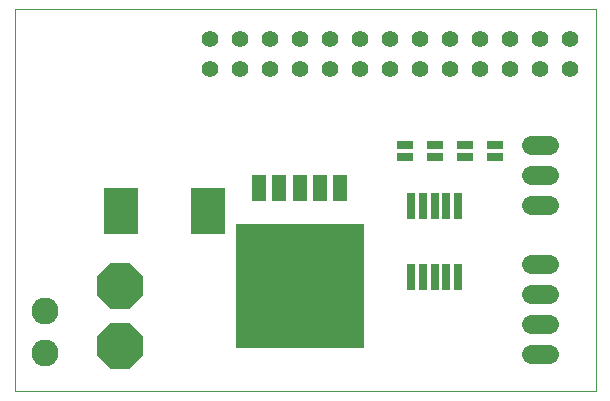
<source format=gbs>
G75*
%MOIN*%
%OFA0B0*%
%FSLAX24Y24*%
%IPPOS*%
%LPD*%
%AMOC8*
5,1,8,0,0,1.08239X$1,22.5*
%
%ADD10C,0.0000*%
%ADD11R,0.0276X0.0906*%
%ADD12C,0.0640*%
%ADD13R,0.4292X0.4138*%
%ADD14R,0.0460X0.0890*%
%ADD15OC8,0.1540*%
%ADD16R,0.1142X0.1536*%
%ADD17C,0.0900*%
%ADD18C,0.0555*%
%ADD19R,0.0540X0.0290*%
D10*
X000680Y000680D02*
X000680Y013426D01*
X020050Y013426D01*
X020050Y000680D01*
X000680Y000680D01*
D11*
X013893Y004499D03*
X014286Y004499D03*
X014680Y004499D03*
X015074Y004499D03*
X015467Y004499D03*
X015467Y006861D03*
X015074Y006861D03*
X014680Y006861D03*
X014286Y006861D03*
X013893Y006861D03*
D12*
X017904Y006891D02*
X018504Y006891D01*
X018504Y007891D02*
X017904Y007891D01*
X017904Y008891D02*
X018504Y008891D01*
X018480Y004930D02*
X017880Y004930D01*
X017880Y003930D02*
X018480Y003930D01*
X018480Y002930D02*
X017880Y002930D01*
X017880Y001930D02*
X018480Y001930D01*
D13*
X010180Y004180D03*
D14*
X010180Y007460D03*
X009510Y007460D03*
X008840Y007460D03*
X010850Y007460D03*
X011520Y007460D03*
D15*
X004180Y004180D03*
X004180Y002180D03*
D16*
X004223Y006680D03*
X007137Y006680D03*
D17*
X001680Y003349D03*
X001680Y001971D03*
D18*
X007180Y011430D03*
X008180Y011430D03*
X009180Y011430D03*
X010180Y011430D03*
X011180Y011430D03*
X012180Y011430D03*
X013180Y011430D03*
X014180Y011430D03*
X015180Y011430D03*
X016180Y011430D03*
X017180Y011430D03*
X018180Y011430D03*
X019180Y011430D03*
X019180Y012430D03*
X018180Y012430D03*
X017180Y012430D03*
X016180Y012430D03*
X015180Y012430D03*
X014180Y012430D03*
X013180Y012430D03*
X012180Y012430D03*
X011180Y012430D03*
X010180Y012430D03*
X009180Y012430D03*
X008180Y012430D03*
X007180Y012430D03*
D19*
X013680Y008880D03*
X013680Y008480D03*
X014680Y008480D03*
X014680Y008880D03*
X015680Y008880D03*
X015680Y008480D03*
X016680Y008480D03*
X016680Y008880D03*
M02*

</source>
